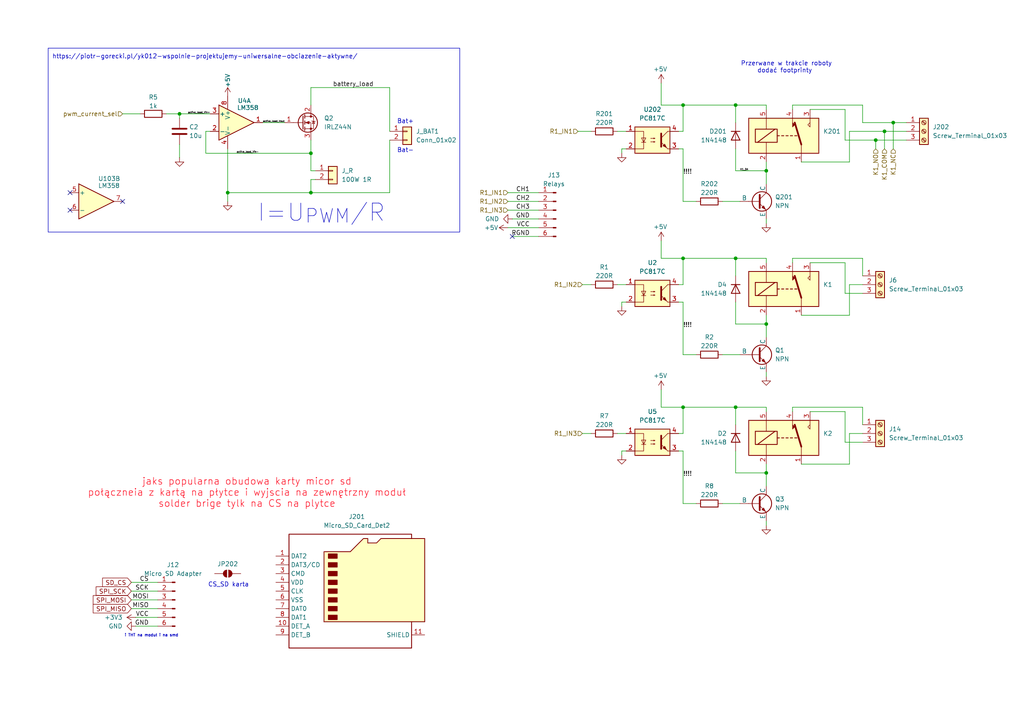
<source format=kicad_sch>
(kicad_sch (version 20250114) (generator "eeschema") (generator_version "9.0")
  (paper "A4")
  (lib_symbols
    (symbol "Amplifier_Operational:LM358" (pin_names (offset 0.127))
      (property "Reference" "U" (at 0 5.08 0))
      (property "Value" "LM358" (at 0 -5.08 0))
      (symbol "LM358_1_1"
        (polyline (pts (xy -5.08 5.08) (xy 5.08 0) (xy -5.08 -5.08) (xy -5.08 5.08)) (stroke (width 0.254)) (fill (type background)))
        (pin input line (at -7.62 2.54 0) (length 2.54) (name "+") (number "3"))
        (pin input line (at -7.62 -2.54 0) (length 2.54) (name "-") (number "2"))
        (pin output line (at 7.62 0 180) (length 2.54) (name "~") (number "1"))
      )
      (symbol "LM358_2_1"
        (polyline (pts (xy -5.08 5.08) (xy 5.08 0) (xy -5.08 -5.08) (xy -5.08 5.08)) (stroke (width 0.254)) (fill (type background)))
        (pin input line (at -7.62 2.54 0) (length 2.54) (name "+") (number "5"))
        (pin input line (at -7.62 -2.54 0) (length 2.54) (name "-") (number "6"))
        (pin output line (at 7.62 0 180) (length 2.54) (name "~") (number "7"))
      )
      (symbol "LM358_3_1"
        (pin power_in line (at -2.54 7.62 270) (length 3.81) (name "V+") (number "8"))
        (pin power_in line (at -2.54 -7.62 90) (length 3.81) (name "V-") (number "4"))
      )
    )
    (symbol "Connector:Conn_01x06_Pin" (pin_names (offset 1.016) (hide yes))
      (property "Reference" "J" (at 0 7.62 0))
      (property "Value" "Conn_01x06_Pin" (at 0 -10.16 0))
      (symbol "Conn_01x06_Pin_1_1"
        (rectangle (start 0.8636 5.207) (end 0 4.953) (stroke (width 0.1524)) (fill (type outline)))
        (rectangle (start 0.8636 2.667) (end 0 2.413) (stroke (width 0.1524)) (fill (type outline)))
        (rectangle (start 0.8636 0.127) (end 0 -0.127) (stroke (width 0.1524)) (fill (type outline)))
        (rectangle (start 0.8636 -2.413) (end 0 -2.667) (stroke (width 0.1524)) (fill (type outline)))
        (rectangle (start 0.8636 -4.953) (end 0 -5.207) (stroke (width 0.1524)) (fill (type outline)))
        (rectangle (start 0.8636 -7.493) (end 0 -7.747) (stroke (width 0.1524)) (fill (type outline)))
        (polyline (pts (xy 1.27 5.08) (xy 0.8636 5.08)) (stroke (width 0.1524)))
        (polyline (pts (xy 1.27 2.54) (xy 0.8636 2.54)) (stroke (width 0.1524)))
        (polyline (pts (xy 1.27 0) (xy 0.8636 0)) (stroke (width 0.1524)))
        (polyline (pts (xy 1.27 -2.54) (xy 0.8636 -2.54)) (stroke (width 0.1524)))
        (polyline (pts (xy 1.27 -5.08) (xy 0.8636 -5.08)) (stroke (width 0.1524)))
        (polyline (pts (xy 1.27 -7.62) (xy 0.8636 -7.62)) (stroke (width 0.1524)))
        (pin passive line (at 5.08 5.08 180) (length 3.81) (name "Pin_1") (number "1"))
        (pin passive line (at 5.08 2.54 180) (length 3.81) (name "Pin_2") (number "2"))
        (pin passive line (at 5.08 0 180) (length 3.81) (name "Pin_3") (number "3"))
        (pin passive line (at 5.08 -2.54 180) (length 3.81) (name "Pin_4") (number "4"))
        (pin passive line (at 5.08 -5.08 180) (length 3.81) (name "Pin_5") (number "5"))
        (pin passive line (at 5.08 -7.62 180) (length 3.81) (name "Pin_6") (number "6"))
      )
    )
    (symbol "Connector:Micro_SD_Card_Det2"
      (property "Reference" "J" (at -16.51 17.78 0))
      (property "Value" "Micro_SD_Card_Det2" (at 16.51 17.78 0))
      (symbol "Micro_SD_Card_Det2_0_1"
        (polyline (pts (xy -8.89 -8.89) (xy -8.89 11.43) (xy -1.27 11.43) (xy 2.54 15.24) (xy 3.81 15.24) (xy 3.81 13.97) (xy 6.35 13.97) (xy 7.62 15.24) (xy 20.32 15.24) (xy 20.32 -8.89) (xy -8.89 -8.89)) (stroke (width 0.254)) (fill (type background)))
        (rectangle (start -7.62 10.795) (end -5.08 9.525) (stroke (width 0.254)) (fill (type outline)))
        (rectangle (start -7.62 8.255) (end -5.08 6.985) (stroke (width 0.254)) (fill (type outline)))
        (rectangle (start -7.62 5.715) (end -5.08 4.445) (stroke (width 0.254)) (fill (type outline)))
        (rectangle (start -7.62 3.175) (end -5.08 1.905) (stroke (width 0.254)) (fill (type outline)))
        (rectangle (start -7.62 0.635) (end -5.08 -0.635) (stroke (width 0.254)) (fill (type outline)))
        (rectangle (start -7.62 -1.905) (end -5.08 -3.175) (stroke (width 0.254)) (fill (type outline)))
        (rectangle (start -7.62 -4.445) (end -5.08 -5.715) (stroke (width 0.254)) (fill (type outline)))
        (rectangle (start -7.62 -6.985) (end -5.08 -8.255) (stroke (width 0.254)) (fill (type outline)))
        (polyline (pts (xy 16.51 15.24) (xy 16.51 16.51) (xy -19.05 16.51) (xy -19.05 -16.51) (xy 16.51 -16.51) (xy 16.51 -8.89)) (stroke (width 0.254)))
      )
      (symbol "Micro_SD_Card_Det2_1_1"
        (pin bidirectional line (at -22.86 10.16 0) (length 3.81) (name "DAT2") (number "1"))
        (pin bidirectional line (at -22.86 7.62 0) (length 3.81) (name "DAT3/CD") (number "2"))
        (pin input line (at -22.86 5.08 0) (length 3.81) (name "CMD") (number "3"))
        (pin power_in line (at -22.86 2.54 0) (length 3.81) (name "VDD") (number "4"))
        (pin input line (at -22.86 0 0) (length 3.81) (name "CLK") (number "5"))
        (pin power_in line (at -22.86 -2.54 0) (length 3.81) (name "VSS") (number "6"))
        (pin bidirectional line (at -22.86 -5.08 0) (length 3.81) (name "DAT0") (number "7"))
        (pin bidirectional line (at -22.86 -7.62 0) (length 3.81) (name "DAT1") (number "8"))
        (pin passive line (at -22.86 -10.16 0) (length 3.81) (name "DET_A") (number "10"))
        (pin passive line (at -22.86 -12.7 0) (length 3.81) (name "DET_B") (number "9"))
        (pin passive line (at 20.32 -12.7 180) (length 3.81) (name "SHIELD") (number "11"))
      )
    )
    (symbol "Connector:Screw_Terminal_01x03" (pin_names (offset 1.016) (hide yes))
      (property "Reference" "J" (at 0 5.08 0))
      (property "Value" "Screw_Terminal_01x03" (at 0 -5.08 0))
      (symbol "Screw_Terminal_01x03_1_1"
        (rectangle (start -1.27 3.81) (end 1.27 -3.81) (stroke (width 0.254)) (fill (type background)))
        (polyline (pts (xy -0.5334 2.8702) (xy 0.3302 2.032)) (stroke (width 0.1524)))
        (polyline (pts (xy -0.5334 0.3302) (xy 0.3302 -0.508)) (stroke (width 0.1524)))
        (polyline (pts (xy -0.5334 -2.2098) (xy 0.3302 -3.048)) (stroke (width 0.1524)))
        (polyline (pts (xy -0.3556 3.048) (xy 0.508 2.2098)) (stroke (width 0.1524)))
        (polyline (pts (xy -0.3556 0.508) (xy 0.508 -0.3302)) (stroke (width 0.1524)))
        (polyline (pts (xy -0.3556 -2.032) (xy 0.508 -2.8702)) (stroke (width 0.1524)))
        (circle (center 0 2.54) (radius 0.635) (stroke (width 0.1524)))
        (circle (center 0 0) (radius 0.635) (stroke (width 0.1524)))
        (circle (center 0 -2.54) (radius 0.635) (stroke (width 0.1524)))
        (pin passive line (at -5.08 2.54 0) (length 3.81) (name "Pin_1") (number "1"))
        (pin passive line (at -5.08 0 0) (length 3.81) (name "Pin_2") (number "2"))
        (pin passive line (at -5.08 -2.54 0) (length 3.81) (name "Pin_3") (number "3"))
      )
    )
    (symbol "Connector_Generic:Conn_01x02" (pin_names (offset 1.016) (hide yes))
      (property "Reference" "J" (at 0 2.54 0))
      (property "Value" "Conn_01x02" (at 0 -5.08 0))
      (symbol "Conn_01x02_1_1"
        (rectangle (start -1.27 1.27) (end 1.27 -3.81) (stroke (width 0.254)) (fill (type background)))
        (rectangle (start -1.27 0.127) (end 0 -0.127) (stroke (width 0.1524)))
        (rectangle (start -1.27 -2.413) (end 0 -2.667) (stroke (width 0.1524)))
        (pin passive line (at -5.08 0 0) (length 3.81) (name "Pin_1") (number "1"))
        (pin passive line (at -5.08 -2.54 0) (length 3.81) (name "Pin_2") (number "2"))
      )
    )
    (symbol "Device:C" (pin_numbers (hide yes)) (pin_names (offset 0.254))
      (property "Reference" "C" (at 0.635 2.54 0))
      (property "Value" "C" (at 0.635 -2.54 0))
      (symbol "C_0_1"
        (polyline (pts (xy -2.032 0.762) (xy 2.032 0.762)) (stroke (width 0.508)))
        (polyline (pts (xy -2.032 -0.762) (xy 2.032 -0.762)) (stroke (width 0.508)))
      )
      (symbol "C_1_1"
        (pin passive line (at 0 3.81 270) (length 2.794) (name "~") (number "1"))
        (pin passive line (at 0 -3.81 90) (length 2.794) (name "~") (number "2"))
      )
    )
    (symbol "Device:D" (pin_numbers (hide yes)) (pin_names (offset 1.016) (hide yes))
      (property "Reference" "D" (at 0 2.54 0))
      (property "Value" "D" (at 0 -2.54 0))
      (symbol "D_0_1"
        (polyline (pts (xy -1.27 1.27) (xy -1.27 -1.27)) (stroke (width 0.254)))
        (polyline (pts (xy 1.27 1.27) (xy 1.27 -1.27) (xy -1.27 0) (xy 1.27 1.27)) (stroke (width 0.254)))
        (polyline (pts (xy 1.27 0) (xy -1.27 0)))
      )
      (symbol "D_1_1"
        (pin passive line (at -3.81 0 0) (length 2.54) (name "K") (number "1"))
        (pin passive line (at 3.81 0 180) (length 2.54) (name "A") (number "2"))
      )
    )
    (symbol "Device:R" (pin_numbers (hide yes)) (pin_names (offset 0))
      (property "Reference" "R" (at 2.032 0 90))
      (property "Value" "R" (at 0 0 90))
      (symbol "R_0_1"
        (rectangle (start -1.016 -2.54) (end 1.016 2.54) (stroke (width 0.254)))
      )
      (symbol "R_1_1"
        (pin passive line (at 0 3.81 270) (length 1.27) (name "~") (number "1"))
        (pin passive line (at 0 -3.81 90) (length 1.27) (name "~") (number "2"))
      )
    )
    (symbol "Isolator:VO615A" (pin_names (offset 0.762))
      (property "Reference" "U" (at 0 7.62 0))
      (property "Value" "VO615A" (at 0 5.08 0))
      (symbol "VO615A_0_1"
        (rectangle (start -5.08 3.81) (end 5.08 -3.81) (stroke (width 0.254)) (fill (type background)))
        (polyline (pts (xy -5.08 2.54) (xy -2.54 2.54) (xy -2.54 -2.54) (xy -5.08 -2.54)))
        (polyline (pts (xy -3.175 -0.635) (xy -1.905 -0.635)))
        (polyline (pts (xy -2.54 -0.635) (xy -3.175 0.635) (xy -1.905 0.635) (xy -2.54 -0.635)))
        (polyline (pts (xy -0.508 0.508) (xy 0.762 0.508) (xy 0.381 0.381) (xy 0.381 0.635) (xy 0.762 0.508)))
        (polyline (pts (xy -0.508 -0.508) (xy 0.762 -0.508) (xy 0.381 -0.635) (xy 0.381 -0.381) (xy 0.762 -0.508)))
        (polyline (pts (xy 2.54 1.905) (xy 2.54 -1.905)) (stroke (width 0.508)))
        (polyline (pts (xy 2.54 0.635) (xy 4.445 2.54)))
        (polyline (pts (xy 3.048 -1.651) (xy 3.556 -1.143) (xy 4.064 -2.159) (xy 3.048 -1.651)) (fill (type outline)))
        (polyline (pts (xy 4.445 2.54) (xy 5.08 2.54)))
        (polyline (pts (xy 4.445 -2.54) (xy 2.54 -0.635)) (fill (type outline)))
        (polyline (pts (xy 4.445 -2.54) (xy 5.08 -2.54)))
      )
      (symbol "VO615A_1_1"
        (pin passive line (at -7.62 2.54 0) (length 2.54) (name "~") (number "1"))
        (pin passive line (at -7.62 -2.54 0) (length 2.54) (name "~") (number "2"))
        (pin passive line (at 7.62 2.54 180) (length 2.54) (name "~") (number "4"))
        (pin passive line (at 7.62 -2.54 180) (length 2.54) (name "~") (number "3"))
      )
    )
    (symbol "Jumper:SolderJumper_2_Open" (pin_numbers (hide yes)) (pin_names (offset 0) (hide yes)) (in_bom no)
      (property "Reference" "JP" (at 0 2.032 0))
      (property "Value" "SolderJumper_2_Open" (at 0 -2.54 0))
      (symbol "SolderJumper_2_Open_0_1"
        (polyline (pts (xy -0.254 1.016) (xy -0.254 -1.016)))
        (arc (start -0.254 -1.016) (mid -1.2656 0) (end -0.254 1.016))
        (arc (start -0.254 -1.016) (mid -1.2656 0) (end -0.254 1.016) (fill (type outline)))
        (arc (start 0.254 1.016) (mid 1.2656 0) (end 0.254 -1.016))
        (arc (start 0.254 1.016) (mid 1.2656 0) (end 0.254 -1.016) (fill (type outline)))
        (polyline (pts (xy 0.254 1.016) (xy 0.254 -1.016)))
      )
      (symbol "SolderJumper_2_Open_1_1"
        (pin passive line (at -3.81 0 0) (length 2.54) (name "A") (number "1"))
        (pin passive line (at 3.81 0 180) (length 2.54) (name "B") (number "2"))
      )
    )
    (symbol "Relay:SANYOU_SRD_Form_C"
      (property "Reference" "K" (at 11.43 3.81 0))
      (property "Value" "SANYOU_SRD_Form_C" (at 11.43 1.27 0))
      (symbol "SANYOU_SRD_Form_C_0_0"
        (polyline (pts (xy 7.62 5.08) (xy 7.62 2.54) (xy 6.985 3.175) (xy 7.62 3.81)))
      )
      (symbol "SANYOU_SRD_Form_C_0_1"
        (rectangle (start -10.16 5.08) (end 10.16 -5.08) (stroke (width 0.254)) (fill (type background)))
        (rectangle (start -8.255 1.905) (end -1.905 -1.905) (stroke (width 0.254)))
        (polyline (pts (xy -7.62 -1.905) (xy -2.54 1.905)) (stroke (width 0.254)))
        (polyline (pts (xy -5.08 5.08) (xy -5.08 1.905)))
        (polyline (pts (xy -5.08 -5.08) (xy -5.08 -1.905)))
        (polyline (pts (xy -1.905 0) (xy -1.27 0)) (stroke (width 0.254)))
        (polyline (pts (xy -0.635 0) (xy 0 0)) (stroke (width 0.254)))
        (polyline (pts (xy 0.635 0) (xy 1.27 0)) (stroke (width 0.254)))
        (polyline (pts (xy 1.905 0) (xy 2.54 0)) (stroke (width 0.254)))
        (polyline (pts (xy 3.175 0) (xy 3.81 0)) (stroke (width 0.254)))
        (polyline (pts (xy 5.08 -2.54) (xy 3.175 3.81)) (stroke (width 0.508)))
        (polyline (pts (xy 5.08 -2.54) (xy 5.08 -5.08)))
      )
      (symbol "SANYOU_SRD_Form_C_1_1"
        (polyline (pts (xy 2.54 3.81) (xy 3.175 3.175) (xy 2.54 2.54) (xy 2.54 5.08)) (fill (type outline)))
        (pin passive line (at -5.08 7.62 270) (length 2.54) (name "~") (number "5"))
        (pin passive line (at -5.08 -7.62 90) (length 2.54) (name "~") (number "2"))
        (pin passive line (at 2.54 7.62 270) (length 2.54) (name "~") (number "4"))
        (pin passive line (at 5.08 -7.62 90) (length 2.54) (name "~") (number "1"))
        (pin passive line (at 7.62 7.62 270) (length 2.54) (name "~") (number "3"))
      )
    )
    (symbol "Simulation_SPICE:NPN" (pin_numbers (hide yes)) (pin_names (offset 0))
      (property "Reference" "Q" (at -2.54 7.62 0))
      (property "Value" "NPN" (at -2.54 5.08 0))
      (symbol "NPN_0_1"
        (polyline (pts (xy -2.54 0) (xy 0.635 0)) (stroke (width 0.1524)))
        (polyline (pts (xy 0.635 1.905) (xy 0.635 -1.905) (xy 0.635 -1.905)) (stroke (width 0.508)))
        (polyline (pts (xy 0.635 0.635) (xy 2.54 2.54)))
        (polyline (pts (xy 0.635 -0.635) (xy 2.54 -2.54) (xy 2.54 -2.54)))
        (circle (center 1.27 0) (radius 2.8194) (stroke (width 0.254)))
        (polyline (pts (xy 1.27 -1.778) (xy 1.778 -1.27) (xy 2.286 -2.286) (xy 1.27 -1.778) (xy 1.27 -1.778)) (fill (type outline)))
        (polyline (pts (xy 2.794 -1.27) (xy 2.794 -1.27)) (stroke (width 0.1524)))
        (polyline (pts (xy 2.794 -1.27) (xy 2.794 -1.27)) (stroke (width 0.1524)))
      )
      (symbol "NPN_1_1"
        (pin input line (at -5.08 0 0) (length 2.54) (name "B") (number "2"))
        (pin open_collector line (at 2.54 5.08 270) (length 2.54) (name "C") (number "1"))
        (pin open_emitter line (at 2.54 -5.08 90) (length 2.54) (name "E") (number "3"))
      )
    )
    (symbol "Transistor_FET:IRLZ44N" (pin_names (hide yes))
      (property "Reference" "Q" (at 5.08 1.905 0))
      (property "Value" "IRLZ44N" (at 5.08 0 0))
      (symbol "IRLZ44N_0_1"
        (polyline (pts (xy 0.254 1.905) (xy 0.254 -1.905)) (stroke (width 0.254)))
        (polyline (pts (xy 0.254 0) (xy -2.54 0)))
        (polyline (pts (xy 0.762 2.286) (xy 0.762 1.27)) (stroke (width 0.254)))
        (polyline (pts (xy 0.762 0.508) (xy 0.762 -0.508)) (stroke (width 0.254)))
        (polyline (pts (xy 0.762 -1.27) (xy 0.762 -2.286)) (stroke (width 0.254)))
        (polyline (pts (xy 0.762 -1.778) (xy 3.302 -1.778) (xy 3.302 1.778) (xy 0.762 1.778)))
        (polyline (pts (xy 1.016 0) (xy 2.032 0.381) (xy 2.032 -0.381) (xy 1.016 0)) (fill (type outline)))
        (circle (center 1.651 0) (radius 2.794) (stroke (width 0.254)))
        (polyline (pts (xy 2.54 2.54) (xy 2.54 1.778)))
        (circle (center 2.54 1.778) (radius 0.254) (fill (type outline)))
        (circle (center 2.54 -1.778) (radius 0.254) (fill (type outline)))
        (polyline (pts (xy 2.54 -2.54) (xy 2.54 0) (xy 0.762 0)))
        (polyline (pts (xy 2.794 0.508) (xy 2.921 0.381) (xy 3.683 0.381) (xy 3.81 0.254)))
        (polyline (pts (xy 3.302 0.381) (xy 2.921 -0.254) (xy 3.683 -0.254) (xy 3.302 0.381)))
      )
      (symbol "IRLZ44N_1_1"
        (pin input line (at -5.08 0 0) (length 2.54) (name "G") (number "1"))
        (pin passive line (at 2.54 5.08 270) (length 2.54) (name "D") (number "2"))
        (pin passive line (at 2.54 -5.08 90) (length 2.54) (name "S") (number "3"))
      )
    )
    (symbol "power:+3V3" (power) (pin_numbers (hide yes)) (pin_names (offset 0) (hide yes))
      (property "Value" "+3V3" (at 0 3.556 0))
      (symbol "+3V3_0_1"
        (polyline (pts (xy -0.762 1.27) (xy 0 2.54)))
        (polyline (pts (xy 0 2.54) (xy 0.762 1.27)))
        (polyline (pts (xy 0 0) (xy 0 2.54)))
      )
      (symbol "+3V3_1_1"
        (pin power_in line (at 0 0 90) (length 0) (name "~") (number "1"))
      )
    )
    (symbol "power:+5V" (power) (pin_numbers (hide yes)) (pin_names (offset 0) (hide yes))
      (property "Value" "+5V" (at 0 3.556 0))
      (symbol "+5V_0_1"
        (polyline (pts (xy -0.762 1.27) (xy 0 2.54)))
        (polyline (pts (xy 0 2.54) (xy 0.762 1.27)))
        (polyline (pts (xy 0 0) (xy 0 2.54)))
      )
      (symbol "+5V_1_1"
        (pin power_in line (at 0 0 90) (length 0) (name "~") (number "1"))
      )
    )
    (symbol "power:GND" (power) (pin_numbers (hide yes)) (pin_names (offset 0) (hide yes))
      (property "Value" "GND" (at 0 -3.81 0))
      (symbol "GND_0_1"
        (polyline (pts (xy 0 0) (xy 0 -1.27) (xy 1.27 -1.27) (xy 0 -2.54) (xy -1.27 -1.27) (xy 0 -1.27)))
      )
      (symbol "GND_1_1"
        (pin power_in line (at 0 0 270) (length 0) (name "~") (number "1"))
      )
    )
  )
  (rectangle (start 13.97 13.97) (end 133.35 67.31))
  (text "i THT na moduł i na smd\n" (at 43.942 184.404 0) (effects (font (size 0.8 0.8))))
  (text "Przerwane w trakcie roboty\ndodać footprinty " (at 228.092 19.558 0) (effects (font (size 1.27 1.27))))
  (text "Bat-" (at 117.602 43.688 0) (effects (font (size 1.27 1.27))))
  (text "CS_SD karta\n" (at 66.294 169.672 0) (effects (font (size 1.27 1.27))))
  (text "https://piotr-gorecki.pl/yk012-wspolnie-projektujemy-uniwersalne-obciazenie-aktywne/" (at 59.436 16.51 0) (effects (font (size 1.27 1.27))))
  (text "Bat+" (at 117.602 35.306 0) (effects (font (size 1.27 1.27))))
  (text "I=U_{PWM}/R\n" (at 93.218 64.77 0) (effects (font (size 5 5)) (justify bottom)))
  (text "jaks popularna obudowa karty micor sd\npołączneia z kartą na płytce i wyjscia na zewnętrzny moduł\nsolder brige tylk na CS na plytce" (at 71.628 143.002 0) (effects (font (size 2 2))))
  (junction (at 52.07 33.02))
  (junction (at 222.25 137.16))
  (junction (at 254 40.64))
  (junction (at 90.17 44.45))
  (junction (at 213.36 118.11))
  (junction (at 198.12 30.48))
  (junction (at 259.08 35.56))
  (junction (at 198.12 118.11))
  (junction (at 198.12 74.93))
  (junction (at 213.36 74.93))
  (junction (at 66.04 55.88))
  (junction (at 90.17 55.88))
  (junction (at 213.36 30.48))
  (junction (at 222.25 93.98))
  (junction (at 256.54 38.1))
  (junction (at 222.25 49.53))
  (no_connect (at 35.56 58.42))
  (no_connect (at 148.59 68.58))
  (no_connect (at 20.32 55.88))
  (no_connect (at 20.32 60.96))
  (wire (pts (xy 180.34 132.08) (xy 180.34 130.81)))
  (wire (pts (xy 250.19 118.11) (xy 229.87 118.11)))
  (wire (pts (xy 171.45 38.1) (xy 167.64 38.1)))
  (wire (pts (xy 191.77 74.93) (xy 198.12 74.93)))
  (wire (pts (xy 198.12 43.18) (xy 196.85 43.18)))
  (wire (pts (xy 213.36 74.93) (xy 198.12 74.93)))
  (wire (pts (xy 234.95 31.75) (xy 245.11 31.75)))
  (wire (pts (xy 213.36 93.98) (xy 222.25 93.98)))
  (wire (pts (xy 232.41 46.99) (xy 246.38 46.99)))
  (wire (pts (xy 113.03 40.64) (xy 113.03 55.88)))
  (wire (pts (xy 245.11 119.38) (xy 245.11 128.27)))
  (wire (pts (xy 209.55 102.87) (xy 214.63 102.87)))
  (wire (pts (xy 147.32 66.04) (xy 156.21 66.04)))
  (wire (pts (xy 246.38 134.62) (xy 246.38 125.73)))
  (wire (pts (xy 191.77 24.13) (xy 191.77 30.48)))
  (wire (pts (xy 35.56 33.02) (xy 40.64 33.02)))
  (wire (pts (xy 66.04 43.18) (xy 66.04 55.88)))
  (wire (pts (xy 222.25 46.99) (xy 222.25 49.53)))
  (wire (pts (xy 222.25 134.62) (xy 222.25 137.16)))
  (wire (pts (xy 179.07 38.1) (xy 181.61 38.1)))
  (wire (pts (xy 198.12 43.18) (xy 198.12 58.42)))
  (wire (pts (xy 213.36 30.48) (xy 198.12 30.48)))
  (wire (pts (xy 191.77 113.03) (xy 191.77 118.11)))
  (wire (pts (xy 180.34 43.18) (xy 181.61 43.18)))
  (wire (pts (xy 222.25 49.53) (xy 222.25 53.34)))
  (wire (pts (xy 113.03 55.88) (xy 90.17 55.88)))
  (wire (pts (xy 256.54 38.1) (xy 256.54 43.18)))
  (wire (pts (xy 222.25 93.98) (xy 222.25 97.79)))
  (wire (pts (xy 59.69 44.45) (xy 59.69 38.1)))
  (wire (pts (xy 245.11 40.64) (xy 254 40.64)))
  (wire (pts (xy 229.87 118.11) (xy 229.87 119.38)))
  (wire (pts (xy 90.17 52.07) (xy 90.17 55.88)))
  (wire (pts (xy 198.12 130.81) (xy 196.85 130.81)))
  (wire (pts (xy 234.95 119.38) (xy 245.11 119.38)))
  (wire (pts (xy 250.19 74.93) (xy 229.87 74.93)))
  (wire (pts (xy 59.69 38.1) (xy 60.96 38.1)))
  (wire (pts (xy 213.36 30.48) (xy 213.36 35.56)))
  (wire (pts (xy 232.41 91.44) (xy 246.38 91.44)))
  (wire (pts (xy 148.59 68.58) (xy 156.21 68.58)))
  (wire (pts (xy 213.36 130.81) (xy 213.36 137.16)))
  (wire (pts (xy 245.11 128.27) (xy 250.19 128.27)))
  (wire (pts (xy 213.36 49.53) (xy 222.25 49.53)))
  (wire (pts (xy 222.25 119.38) (xy 222.25 118.11)))
  (wire (pts (xy 232.41 134.62) (xy 246.38 134.62)))
  (wire (pts (xy 246.38 46.99) (xy 246.38 38.1)))
  (wire (pts (xy 250.19 123.19) (xy 250.19 118.11)))
  (wire (pts (xy 148.59 63.5) (xy 156.21 63.5)))
  (wire (pts (xy 198.12 102.87) (xy 201.93 102.87)))
  (wire (pts (xy 66.04 55.88) (xy 66.04 58.42)))
  (wire (pts (xy 250.19 30.48) (xy 229.87 30.48)))
  (wire (pts (xy 90.17 44.45) (xy 90.17 49.53)))
  (wire (pts (xy 209.55 146.05) (xy 214.63 146.05)))
  (wire (pts (xy 113.03 25.4) (xy 90.17 25.4)))
  (wire (pts (xy 198.12 87.63) (xy 196.85 87.63)))
  (wire (pts (xy 191.77 69.85) (xy 191.77 74.93)))
  (wire (pts (xy 246.38 38.1) (xy 256.54 38.1)))
  (wire (pts (xy 179.07 82.55) (xy 181.61 82.55)))
  (wire (pts (xy 198.12 38.1) (xy 196.85 38.1)))
  (wire (pts (xy 198.12 87.63) (xy 198.12 102.87)))
  (wire (pts (xy 38.1 168.91) (xy 45.72 168.91)))
  (wire (pts (xy 213.36 87.63) (xy 213.36 93.98)))
  (wire (pts (xy 39.37 179.07) (xy 45.72 179.07)))
  (wire (pts (xy 147.32 60.96) (xy 156.21 60.96)))
  (wire (pts (xy 59.69 44.45) (xy 90.17 44.45)))
  (wire (pts (xy 213.36 118.11) (xy 213.36 123.19)))
  (wire (pts (xy 213.36 118.11) (xy 198.12 118.11)))
  (wire (pts (xy 222.25 30.48) (xy 213.36 30.48)))
  (wire (pts (xy 168.91 82.55) (xy 171.45 82.55)))
  (wire (pts (xy 91.44 52.07) (xy 90.17 52.07)))
  (wire (pts (xy 180.34 87.63) (xy 181.61 87.63)))
  (wire (pts (xy 198.12 30.48) (xy 198.12 38.1)))
  (wire (pts (xy 147.32 58.42) (xy 156.21 58.42)))
  (wire (pts (xy 222.25 137.16) (xy 222.25 140.97)))
  (wire (pts (xy 179.07 125.73) (xy 181.61 125.73)))
  (wire (pts (xy 38.1 176.53) (xy 45.72 176.53)))
  (wire (pts (xy 222.25 109.22) (xy 222.25 107.95)))
  (wire (pts (xy 213.36 74.93) (xy 213.36 80.01)))
  (wire (pts (xy 66.04 55.88) (xy 90.17 55.88)))
  (wire (pts (xy 209.55 58.42) (xy 214.63 58.42)))
  (wire (pts (xy 38.1 173.99) (xy 45.72 173.99)))
  (wire (pts (xy 254 40.64) (xy 262.89 40.64)))
  (wire (pts (xy 222.25 152.4) (xy 222.25 151.13)))
  (wire (pts (xy 222.25 118.11) (xy 213.36 118.11)))
  (wire (pts (xy 191.77 118.11) (xy 198.12 118.11)))
  (wire (pts (xy 213.36 43.18) (xy 213.36 49.53)))
  (wire (pts (xy 52.07 41.91) (xy 52.07 45.72)))
  (wire (pts (xy 245.11 76.2) (xy 245.11 85.09)))
  (wire (pts (xy 39.37 181.61) (xy 45.72 181.61)))
  (wire (pts (xy 198.12 118.11) (xy 198.12 125.73)))
  (wire (pts (xy 222.25 64.77) (xy 222.25 63.5)))
  (wire (pts (xy 246.38 125.73) (xy 250.19 125.73)))
  (wire (pts (xy 198.12 130.81) (xy 198.12 146.05)))
  (wire (pts (xy 52.07 33.02) (xy 60.96 33.02)))
  (wire (pts (xy 245.11 31.75) (xy 245.11 40.64)))
  (wire (pts (xy 234.95 76.2) (xy 245.11 76.2)))
  (wire (pts (xy 198.12 146.05) (xy 201.93 146.05)))
  (wire (pts (xy 198.12 74.93) (xy 198.12 82.55)))
  (wire (pts (xy 254 40.64) (xy 254 43.18)))
  (wire (pts (xy 246.38 91.44) (xy 246.38 82.55)))
  (wire (pts (xy 113.03 38.1) (xy 113.03 25.4)))
  (wire (pts (xy 198.12 82.55) (xy 196.85 82.55)))
  (wire (pts (xy 222.25 91.44) (xy 222.25 93.98)))
  (wire (pts (xy 191.77 30.48) (xy 198.12 30.48)))
  (wire (pts (xy 90.17 40.64) (xy 90.17 44.45)))
  (wire (pts (xy 90.17 25.4) (xy 90.17 30.48)))
  (wire (pts (xy 180.34 88.9) (xy 180.34 87.63)))
  (wire (pts (xy 168.91 125.73) (xy 171.45 125.73)))
  (wire (pts (xy 229.87 74.93) (xy 229.87 76.2)))
  (wire (pts (xy 229.87 30.48) (xy 229.87 31.75)))
  (wire (pts (xy 246.38 82.55) (xy 250.19 82.55)))
  (wire (pts (xy 222.25 76.2) (xy 222.25 74.93)))
  (wire (pts (xy 198.12 125.73) (xy 196.85 125.73)))
  (wire (pts (xy 52.07 34.29) (xy 52.07 33.02)))
  (wire (pts (xy 259.08 35.56) (xy 259.08 43.18)))
  (wire (pts (xy 259.08 35.56) (xy 262.89 35.56)))
  (wire (pts (xy 147.32 55.88) (xy 156.21 55.88)))
  (wire (pts (xy 250.19 80.01) (xy 250.19 74.93)))
  (wire (pts (xy 82.55 35.56) (xy 76.2 35.56)))
  (wire (pts (xy 250.19 35.56) (xy 250.19 30.48)))
  (wire (pts (xy 180.34 130.81) (xy 181.61 130.81)))
  (wire (pts (xy 222.25 74.93) (xy 213.36 74.93)))
  (wire (pts (xy 198.12 58.42) (xy 201.93 58.42)))
  (wire (pts (xy 180.34 44.45) (xy 180.34 43.18)))
  (wire (pts (xy 245.11 85.09) (xy 250.19 85.09)))
  (wire (pts (xy 38.1 171.45) (xy 45.72 171.45)))
  (wire (pts (xy 48.26 33.02) (xy 52.07 33.02)))
  (wire (pts (xy 250.19 35.56) (xy 259.08 35.56)))
  (wire (pts (xy 213.36 137.16) (xy 222.25 137.16)))
  (wire (pts (xy 91.44 49.53) (xy 90.17 49.53)))
  (wire (pts (xy 222.25 31.75) (xy 222.25 30.48)))
  (wire (pts (xy 256.54 38.1) (xy 262.89 38.1)))
  (label "RGND" (at 153.67 68.58 180))
  (label "active_load_Vin-" (at 68.58 44.45 0) (effects (font (size 0.5 0.5))))
  (label "GND" (at 43.18 181.61 180))
  (label "K1_DA" (at 214.63 49.53 0) (effects (font (size 0.5 0.5))))
  (label "CH3" (at 153.67 60.96 180))
  (label "VCC" (at 153.67 66.04 180))
  (label "CH2" (at 153.67 58.42 180))
  (label "battery_load" (at 96.52 25.4 0))
  (label "!!!!" (at 198.12 138.43 0))
  (label "CS" (at 43.18 168.91 180))
  (label "!!!!" (at 198.12 95.25 0))
  (label "!!!!" (at 198.12 50.8 0))
  (label "active_load_Vin+" (at 60.96 33.02 180) (effects (font (size 0.5 0.5))))
  (label "GND" (at 153.67 63.5 180))
  (label "MOSI" (at 43.18 173.99 180))
  (label "VCC" (at 43.18 179.07 180))
  (label "MISO" (at 43.18 176.53 180))
  (label "CH1" (at 153.67 55.88 180))
  (label "active_load_Vout" (at 76.2 35.56 0) (effects (font (size 0.5 0.5))))
  (label "SCK" (at 43.18 171.45 180))
  (global_label "SPI_SCK" (shape input) (at 38.1 171.45 180) (property "Intersheetrefs" "${INTERSHEET_REFS}" (effects (hide yes))))
  (global_label "SPI_MISO" (shape input) (at 38.1 176.53 180) (property "Intersheetrefs" "${INTERSHEET_REFS}" (effects (hide yes))))
  (global_label "SD_CS" (shape input) (at 38.1 168.91 180) (property "Intersheetrefs" "${INTERSHEET_REFS}" (effects (hide yes))))
  (global_label "SPI_MOSI" (shape input) (at 38.1 173.99 180) (property "Intersheetrefs" "${INTERSHEET_REFS}" (effects (hide yes))))
  (hierarchical_label "R1_IN1" (shape input) (at 167.64 38.1 180))
  (hierarchical_label "R1_IN3" (shape input) (at 168.91 125.73 180))
  (hierarchical_label "K1_COM" (shape input) (at 256.54 43.18 270))
  (hierarchical_label "pwm_current_sel" (shape input) (at 35.56 33.02 180))
  (hierarchical_label "R1_IN2" (shape input) (at 168.91 82.55 180))
  (hierarchical_label "R1_IN2" (shape input) (at 147.32 58.42 180))
  (hierarchical_label "R1_IN1" (shape input) (at 147.32 55.88 180))
  (hierarchical_label "K1_NC" (shape input) (at 259.08 43.18 270))
  (hierarchical_label "K1_NO" (shape input) (at 254 43.18 270))
  (hierarchical_label "R1_IN3" (shape input) (at 147.32 60.96 180))
  (symbol (lib_id "Connector:Conn_01x06_Pin") (at 50.8 173.99 0) (mirror y) (unit 1)
    (property "Reference" "J12" (at 50.165 163.83 0))
    (property "Value" "Micro SD Adapter" (at 50.165 166.37 0))
    (property "Footprint" "Connector_PinHeader_2.54mm:PinHeader_1x06_P2.54mm_Vertical" (effects (hide yes)))
    (property "Description" "Generic connector, single row, 01x06, script generated" (effects (hide yes)))
    (property "JLCPCB Part" "C2337" (effects (hide yes)))
  )
  (symbol (lib_id "Device:R") (at 205.74 102.87 90) (unit 1)
    (property "Reference" "R2" (at 205.74 97.79 90))
    (property "Value" "220R" (at 205.74 100.33 90))
    (property "Footprint" "Resistor_SMD:R_0805_2012Metric" (effects (hide yes)))
    (property "Description" "Resistor" (effects (hide yes)))
    (property "MFR Part" "0805W8F2200T5E" (effects (hide yes)))
    (property "Manufacturer" "UNI-ROYAL(Uniroyal Elec) " (effects (hide yes)))
    (property "Link" "https://jlcpcb.com/partdetail/18245-0805W8F2200T5E/C17557" (effects (hide yes)))
  )
  (symbol (lib_id "Device:D") (at 213.36 127 270) (unit 1)
    (property "Reference" "D2" (at 210.82 125.7299 90) (effects (justify right)))
    (property "Value" "1N4148" (at 210.82 128.2699 90) (effects (justify right)))
    (property "Footprint" "Diode_SMD:D_SOD-323" (effects (hide yes)))
    (property "Description" "Diode" (effects (hide yes)))
    (property "JLCPCB Part" "C2128" (effects (hide yes)))
    (property "Sim.Device" "D" (effects (hide yes)))
    (property "Sim.Pins" "1=K 2=A" (effects (hide yes)))
  )
  (symbol (lib_id "power:GND") (at 52.07 45.72 0) (unit 1)
    (property "Reference" "#PWR014" (effects (hide yes)))
    (property "Value" "GND" (effects (hide yes)))
    (property "Description" "Power symbol creates a global label with name \"GND\" , ground" (effects (hide yes)))
  )
  (symbol (lib_id "Device:R") (at 175.26 82.55 90) (unit 1)
    (property "Reference" "R1" (at 175.26 77.47 90))
    (property "Value" "220R" (at 175.26 80.01 90))
    (property "Footprint" "Resistor_SMD:R_0805_2012Metric" (effects (hide yes)))
    (property "Description" "Resistor" (effects (hide yes)))
    (property "MFR Part" "0805W8F2200T5E" (effects (hide yes)))
    (property "Manufacturer" "UNI-ROYAL(Uniroyal Elec) " (effects (hide yes)))
    (property "Link" "https://jlcpcb.com/partdetail/18245-0805W8F2200T5E/C17557" (effects (hide yes)))
  )
  (symbol (lib_id "Connector:Screw_Terminal_01x03") (at 255.27 125.73 0) (unit 1) (in_bom no)
    (property "Reference" "J14" (at 257.81 124.4599 0) (effects (justify left)))
    (property "Value" "Screw_Terminal_01x03" (at 257.81 126.9999 0) (effects (justify left)))
    (property "Description" "Generic screw terminal, single row, 01x03, script generated (kicad-library-utils/schlib/autogen/connector/)" (effects (hide yes)))
  )
  (symbol (lib_id "Relay:SANYOU_SRD_Form_C") (at 227.33 39.37 0) (unit 1) (in_bom no)
    (property "Reference" "K201" (at 238.76 38.0999 0) (effects (justify left)))
    (property "Value" "SANYOU_SRD_Form_C" (effects (hide yes)))
    (property "Footprint" "Relay_THT:Relay_SPDT_SANYOU_SRD_Series_Form_C" (effects (hide yes)))
    (property "Datasheet" "http://www.sanyourelay.ca/public/products/pdf/SRD.pdf" (effects (hide yes)))
    (property "Description" "Sanyo SRD relay, Single Pole Miniature Power Relay," (effects (hide yes)))
  )
  (symbol (lib_id "Jumper:SolderJumper_2_Open") (at 66.04 166.37 0) (unit 1) (in_bom no)
    (property "Reference" "JP202" (at 66.04 163.576 0))
    (property "Value" "SolderJumper_2_Open" (effects (hide yes)))
    (property "Footprint" "Jumper:SolderJumper-2_P1.3mm_Open_TrianglePad1.0x1.5mm" (effects (hide yes)))
    (property "Description" "Solder Jumper, 2-pole, open" (effects (hide yes)))
  )
  (symbol (lib_id "Device:R") (at 44.45 33.02 90) (unit 1)
    (property "Reference" "R5" (at 44.45 28.194 90))
    (property "Value" "1k" (at 44.45 30.734 90))
    (property "Footprint" "Resistor_SMD:R_0805_2012Metric" (effects (hide yes)))
    (property "Description" "Resistor" (effects (hide yes)))
    (property "JLCPCB Part" "C17513" (effects (hide yes)))
    (property "Link" "https://jlcpcb.com/partdetail/18201-0805W8F1001T5E/C17513" (effects (hide yes)))
    (property "MFR Part" "0805W8F1001T5E" (effects (hide yes)))
    (property "Manufacturer" "UNI-ROYAL(Uniroyal Elec)" (effects (hide yes)))
  )
  (symbol (lib_id "Device:D") (at 213.36 39.37 270) (unit 1)
    (property "Reference" "D201" (at 210.82 38.0999 90) (effects (justify right)))
    (property "Value" "1N4148" (at 210.82 40.6399 90) (effects (justify right)))
    (property "Footprint" "Diode_SMD:D_SOD-323" (effects (hide yes)))
    (property "Description" "Diode" (effects (hide yes)))
    (property "JLCPCB Part" "C2128" (effects (hide yes)))
    (property "Sim.Device" "D" (effects (hide yes)))
    (property "Sim.Pins" "1=K 2=A" (effects (hide yes)))
  )
  (symbol (lib_id "Amplifier_Operational:LM358") (at 27.94 58.42 0) (unit 2)
    (property "Reference" "U103" (at 28.448 51.816 0) (effects (justify left)))
    (property "Value" "LM358" (at 28.448 53.848 0) (effects (justify left)))
    (property "Footprint" "footprints:LM358" (effects (hide yes)))
    (property "Datasheet" "http://www.ti.com/lit/ds/symlink/lm2904-n.pdf" (effects (hide yes)))
    (property "Description" "Low-Power, Dual Operational Amplifiers, DIP-8/SOIC-8/TO-99-8" (effects (hide yes)))
    (property "JLCPCB Part" "C2977710" (effects (hide yes)))
  )
  (symbol (lib_id "Connector:Conn_01x06_Pin") (at 161.29 60.96 0) (mirror y) (unit 1)
    (property "Reference" "J13" (at 160.655 50.8 0))
    (property "Value" "Relays" (at 160.655 53.34 0))
    (property "Footprint" "Connector_PinHeader_2.54mm:PinHeader_1x06_P2.54mm_Vertical" (effects (hide yes)))
    (property "Description" "Generic connector, single row, 01x06, script generated" (effects (hide yes)))
    (property "JLCPCB Part" "C2337" (effects (hide yes)))
  )
  (symbol (lib_id "power:GND") (at 180.34 44.45 0) (unit 1)
    (property "Reference" "#PWR0203" (effects (hide yes)))
    (property "Value" "GND" (effects (hide yes)))
    (property "Description" "Power symbol creates a global label with name \"GND\" , ground" (effects (hide yes)))
  )
  (symbol (lib_id "Connector_Generic:Conn_01x02") (at 118.11 38.1 0) (unit 1)
    (property "Reference" "J_BAT1" (at 120.65 38.0999 0) (effects (justify left)))
    (property "Value" "Conn_01x02" (at 120.65 40.6399 0) (effects (justify left)))
    (property "Footprint" "TerminalBlock:TerminalBlock_MaiXu_MX126-5.0-02P_1x02_P5.00mm" (effects (hide yes)))
    (property "Description" "Generic connector, single row, 01x02, script generated (kicad-library-utils/schlib/autogen/connector/)" (effects (hide yes)))
  )
  (symbol (lib_id "Relay:SANYOU_SRD_Form_C") (at 227.33 83.82 0) (unit 1) (in_bom no)
    (property "Reference" "K1" (at 238.76 82.5499 0) (effects (justify left)))
    (property "Value" "SANYOU_SRD_Form_C" (effects (hide yes)))
    (property "Footprint" "Relay_THT:Relay_SPDT_SANYOU_SRD_Series_Form_C" (effects (hide yes)))
    (property "Datasheet" "http://www.sanyourelay.ca/public/products/pdf/SRD.pdf" (effects (hide yes)))
    (property "Description" "Sanyo SRD relay, Single Pole Miniature Power Relay," (effects (hide yes)))
  )
  (symbol (lib_id "power:GND") (at 66.04 58.42 0) (unit 1)
    (property "Reference" "#PWR017" (effects (hide yes)))
    (property "Value" "GND" (effects (hide yes)))
    (property "Description" "Power symbol creates a global label with name \"GND\" , ground" (effects (hide yes)))
  )
  (symbol (lib_id "power:GND") (at 180.34 88.9 0) (unit 1)
    (property "Reference" "#PWR01" (effects (hide yes)))
    (property "Value" "GND" (effects (hide yes)))
    (property "Description" "Power symbol creates a global label with name \"GND\" , ground" (effects (hide yes)))
  )
  (symbol (lib_id "Transistor_FET:IRLZ44N") (at 87.63 35.56 0) (unit 1)
    (property "Reference" "Q2" (at 93.98 34.2899 0) (effects (justify left)))
    (property "Value" "IRLZ44N" (at 93.98 36.8299 0) (effects (justify left)))
    (property "Footprint" "Package_TO_SOT_THT:TO-220-3_Vertical" (effects (hide yes)))
    (property "Datasheet" "http://www.irf.com/product-info/datasheets/data/irlz44n.pdf" (effects (hide yes)))
    (property "Description" "47A Id, 55V Vds, 22mOhm Rds Single N-Channel HEXFET Power MOSFET, TO-220AB" (effects (hide yes)))
    (property "JLCPCB Part" " C38774" (effects (hide yes)))
    (property "Link" "https://jlcpcb.com/partdetail/InfineonTechnologies-IRLZ44NPBF/C38774" (effects (hide yes)))
    (property "MFR Part" " IRLZ44NPBF" (effects (hide yes)))
    (property "Manufacturer" " Infineon Technologies" (effects (hide yes)))
  )
  (symbol (lib_id "Amplifier_Operational:LM358") (at 68.58 35.56 0) (unit 1)
    (property "Reference" "U4" (at 70.866 29.21 0))
    (property "Value" "LM358" (at 71.882 31.242 0))
    (property "Footprint" "Package_SO:SOIC-8_3.9x4.9mm_P1.27mm" (effects (hide yes)))
    (property "Datasheet" "http://www.ti.com/lit/ds/symlink/lm2904-n.pdf" (effects (hide yes)))
    (property "Description" "Low-Power, Dual Operational Amplifiers, DIP-8/SOIC-8/TO-99-8" (effects (hide yes)))
    (property "JLCPCB Part" "C5423" (effects (hide yes)))
    (property "Link" "https://jlcpcb.com/partdetail/TexasInstruments-LM358DR/C5423" (effects (hide yes)))
    (property "MFR Part" "LM358DR" (effects (hide yes)))
    (property "Manufacturer" "Texas Instruments" (effects (hide yes)))
  )
  (symbol (lib_id "power:+5V") (at 191.77 113.03 0) (unit 1)
    (property "Reference" "#PWR029" (effects (hide yes)))
    (property "Value" "+5V" (at 191.516 108.966 0))
    (property "Description" "Power symbol creates a global label with name \"+5V\"" (effects (hide yes)))
  )
  (symbol (lib_id "power:+3V3") (at 39.37 179.07 90) (unit 1)
    (property "Reference" "#PWR031" (effects (hide yes)))
    (property "Value" "+3V3" (at 35.56 179.0699 90) (effects (justify left)))
    (property "Description" "Power symbol creates a global label with name \"+3V3\"" (effects (hide yes)))
  )
  (symbol (lib_id "Isolator:VO615A") (at 189.23 40.64 0) (unit 1) (in_bom no)
    (property "Reference" "U202" (at 189.23 31.75 0))
    (property "Value" "PC817C" (at 189.23 34.29 0))
    (property "Footprint" "Package_DIP:DIP-4_W7.62mm_LongPads" (effects (hide yes)))
    (property "Datasheet" "https://pl.aliexpress.com/item/1005009030409853.html?spm=a2g0o.order_list.order_list_main.10.4ae61c24tK3fpu&gatewayAdapt=glo2pol" (effects (hide yes)))
    (property "Description" "DC Optocoupler, Vce 70V, CTR 50-600% @ 5mA, Viso 5000Vrms, DIP4" (effects (hide yes)))
  )
  (symbol (lib_id "Device:D") (at 213.36 83.82 270) (unit 1)
    (property "Reference" "D4" (at 210.82 82.5499 90) (effects (justify right)))
    (property "Value" "1N4148" (at 210.82 85.0899 90) (effects (justify right)))
    (property "Footprint" "Diode_SMD:D_SOD-323" (effects (hide yes)))
    (property "Description" "Diode" (effects (hide yes)))
    (property "JLCPCB Part" "C2128" (effects (hide yes)))
    (property "Sim.Device" "D" (effects (hide yes)))
    (property "Sim.Pins" "1=K 2=A" (effects (hide yes)))
  )
  (symbol (lib_id "Simulation_SPICE:NPN") (at 219.71 58.42 0) (unit 1)
    (property "Reference" "Q201" (at 224.79 57.1499 0) (effects (justify left)))
    (property "Value" "NPN" (at 224.79 59.6899 0) (effects (justify left)))
    (property "Datasheet" "https://ngspice.sourceforge.io/docs/ngspice-html-manual/manual.xhtml#cha_BJTs" (effects (hide yes)))
    (property "Description" "Bipolar transistor symbol for simulation only, substrate tied to the emitter" (effects (hide yes)))
    (property "Sim.Device" "NPN" (effects (hide yes)))
    (property "Sim.Type" "GUMMELPOON" (effects (hide yes)))
    (property "Sim.Pins" "1=C 2=B 3=E" (effects (hide yes)))
  )
  (symbol (lib_id "power:+5V") (at 66.04 27.94 0) (unit 1)
    (property "Reference" "#PWR016" (effects (hide yes)))
    (property "Value" "+5V" (at 66.04 23.368 90))
    (property "Description" "Power symbol creates a global label with name \"+5V\"" (effects (hide yes)))
  )
  (symbol (lib_id "power:GND") (at 222.25 64.77 0) (unit 1)
    (property "Reference" "#PWR0206" (effects (hide yes)))
    (property "Value" "GND" (effects (hide yes)))
    (property "Description" "Power symbol creates a global label with name \"GND\" , ground" (effects (hide yes)))
  )
  (symbol (lib_id "Device:R") (at 205.74 58.42 90) (unit 1)
    (property "Reference" "R202" (at 205.74 53.34 90))
    (property "Value" "220R" (at 205.74 55.88 90))
    (property "Footprint" "Resistor_SMD:R_0805_2012Metric" (effects (hide yes)))
    (property "Description" "Resistor" (effects (hide yes)))
    (property "MFR Part" "0805W8F2200T5E" (effects (hide yes)))
    (property "Manufacturer" "UNI-ROYAL(Uniroyal Elec) " (effects (hide yes)))
    (property "Link" "https://jlcpcb.com/partdetail/18245-0805W8F2200T5E/C17557" (effects (hide yes)))
  )
  (symbol (lib_id "Simulation_SPICE:NPN") (at 219.71 102.87 0) (unit 1)
    (property "Reference" "Q1" (at 224.79 101.5999 0) (effects (justify left)))
    (property "Value" "NPN" (at 224.79 104.1399 0) (effects (justify left)))
    (property "Datasheet" "https://ngspice.sourceforge.io/docs/ngspice-html-manual/manual.xhtml#cha_BJTs" (effects (hide yes)))
    (property "Description" "Bipolar transistor symbol for simulation only, substrate tied to the emitter" (effects (hide yes)))
    (property "Sim.Device" "NPN" (effects (hide yes)))
    (property "Sim.Type" "GUMMELPOON" (effects (hide yes)))
    (property "Sim.Pins" "1=C 2=B 3=E" (effects (hide yes)))
  )
  (symbol (lib_id "power:+5V") (at 191.77 24.13 0) (unit 1)
    (property "Reference" "#PWR0205" (effects (hide yes)))
    (property "Value" "+5V" (at 191.516 20.066 0))
    (property "Description" "Power symbol creates a global label with name \"+5V\"" (effects (hide yes)))
  )
  (symbol (lib_id "Device:R") (at 175.26 38.1 90) (unit 1)
    (property "Reference" "R201" (at 175.26 33.02 90))
    (property "Value" "220R" (at 175.26 35.56 90))
    (property "Footprint" "Resistor_SMD:R_0805_2012Metric" (effects (hide yes)))
    (property "Description" "Resistor" (effects (hide yes)))
    (property "MFR Part" "0805W8F2200T5E" (effects (hide yes)))
    (property "Manufacturer" "UNI-ROYAL(Uniroyal Elec) " (effects (hide yes)))
    (property "Link" "https://jlcpcb.com/partdetail/18245-0805W8F2200T5E/C17557" (effects (hide yes)))
  )
  (symbol (lib_id "Connector:Screw_Terminal_01x03") (at 267.97 38.1 0) (unit 1) (in_bom no)
    (property "Reference" "J202" (at 270.51 36.8299 0) (effects (justify left)))
    (property "Value" "Screw_Terminal_01x03" (at 270.51 39.3699 0) (effects (justify left)))
    (property "Description" "Generic screw terminal, single row, 01x03, script generated (kicad-library-utils/schlib/autogen/connector/)" (effects (hide yes)))
  )
  (symbol (lib_id "Connector_Generic:Conn_01x02") (at 96.52 49.53 0) (unit 1)
    (property "Reference" "J_R" (at 99.06 49.5299 0) (effects (justify left)))
    (property "Value" "100W 1R" (at 99.06 52.0699 0) (effects (justify left)))
    (property "Footprint" "TerminalBlock:TerminalBlock_MaiXu_MX126-5.0-02P_1x02_P5.00mm" (effects (hide yes)))
    (property "Description" "Generic connector, single row, 01x02, script generated (kicad-library-utils/schlib/autogen/connector/)" (effects (hide yes)))
  )
  (symbol (lib_id "Isolator:VO615A") (at 189.23 85.09 0) (unit 1) (in_bom no)
    (property "Reference" "U2" (at 189.23 76.2 0))
    (property "Value" "PC817C" (at 189.23 78.74 0))
    (property "Footprint" "Package_DIP:DIP-4_W7.62mm_LongPads" (effects (hide yes)))
    (property "Datasheet" "https://pl.aliexpress.com/item/1005009030409853.html?spm=a2g0o.order_list.order_list_main.10.4ae61c24tK3fpu&gatewayAdapt=glo2pol" (effects (hide yes)))
    (property "Description" "DC Optocoupler, Vce 70V, CTR 50-600% @ 5mA, Viso 5000Vrms, DIP4" (effects (hide yes)))
  )
  (symbol (lib_id "Connector:Micro_SD_Card_Det2") (at 102.87 171.45 0) (unit 1)
    (property "Reference" "J201" (at 103.505 149.86 0))
    (property "Value" "Micro_SD_Card_Det2" (at 103.505 152.4 0))
    (property "Datasheet" "https://www.hirose.com/en/product/document?clcode=&productname=&series=DM3&documenttype=Catalog&lang=en&documentid=D49662_en" (effects (hide yes)))
    (property "Description" "Micro SD Card Socket with two card detection pins" (effects (hide yes)))
  )
  (symbol (lib_id "power:GND") (at 222.25 109.22 0) (unit 1)
    (property "Reference" "#PWR010" (effects (hide yes)))
    (property "Value" "GND" (effects (hide yes)))
    (property "Description" "Power symbol creates a global label with name \"GND\" , ground" (effects (hide yes)))
  )
  (symbol (lib_id "power:GND") (at 222.25 152.4 0) (unit 1)
    (property "Reference" "#PWR030" (effects (hide yes)))
    (property "Value" "GND" (effects (hide yes)))
    (property "Description" "Power symbol creates a global label with name \"GND\" , ground" (effects (hide yes)))
  )
  (symbol (lib_id "power:GND") (at 39.37 181.61 270) (unit 1)
    (property "Reference" "#PWR032" (effects (hide yes)))
    (property "Value" "GND" (at 35.56 181.6099 90) (effects (justify right)))
    (property "Description" "Power symbol creates a global label with name \"GND\" , ground" (effects (hide yes)))
  )
  (symbol (lib_id "power:GND") (at 148.59 63.5 270) (unit 1)
    (property "Reference" "#PWR033" (effects (hide yes)))
    (property "Value" "GND" (at 144.78 63.4999 90) (effects (justify right)))
    (property "Description" "Power symbol creates a global label with name \"GND\" , ground" (effects (hide yes)))
  )
  (symbol (lib_id "Simulation_SPICE:NPN") (at 219.71 146.05 0) (unit 1)
    (property "Reference" "Q3" (at 224.79 144.7799 0) (effects (justify left)))
    (property "Value" "NPN" (at 224.79 147.3199 0) (effects (justify left)))
    (property "Datasheet" "https://ngspice.sourceforge.io/docs/ngspice-html-manual/manual.xhtml#cha_BJTs" (effects (hide yes)))
    (property "Description" "Bipolar transistor symbol for simulation only, substrate tied to the emitter" (effects (hide yes)))
    (property "Sim.Device" "NPN" (effects (hide yes)))
    (property "Sim.Type" "GUMMELPOON" (effects (hide yes)))
    (property "Sim.Pins" "1=C 2=B 3=E" (effects (hide yes)))
  )
  (symbol (lib_id "power:+5V") (at 191.77 69.85 0) (unit 1)
    (property "Reference" "#PWR09" (effects (hide yes)))
    (property "Value" "+5V" (at 191.516 65.786 0))
    (property "Description" "Power symbol creates a global label with name \"+5V\"" (effects (hide yes)))
  )
  (symbol (lib_id "Device:R") (at 205.74 146.05 90) (unit 1)
    (property "Reference" "R8" (at 205.74 140.97 90))
    (property "Value" "220R" (at 205.74 143.51 90))
    (property "Footprint" "Resistor_SMD:R_0805_2012Metric" (effects (hide yes)))
    (property "Description" "Resistor" (effects (hide yes)))
    (property "MFR Part" "0805W8F2200T5E" (effects (hide yes)))
    (property "Manufacturer" "UNI-ROYAL(Uniroyal Elec) " (effects (hide yes)))
    (property "Link" "https://jlcpcb.com/partdetail/18245-0805W8F2200T5E/C17557" (effects (hide yes)))
  )
  (symbol (lib_id "Device:R") (at 175.26 125.73 90) (unit 1)
    (property "Reference" "R7" (at 175.26 120.65 90))
    (property "Value" "220R" (at 175.26 123.19 90))
    (property "Footprint" "Resistor_SMD:R_0805_2012Metric" (effects (hide yes)))
    (property "Description" "Resistor" (effects (hide yes)))
    (property "MFR Part" "0805W8F2200T5E" (effects (hide yes)))
    (property "Manufacturer" "UNI-ROYAL(Uniroyal Elec) " (effects (hide yes)))
    (property "Link" "https://jlcpcb.com/partdetail/18245-0805W8F2200T5E/C17557" (effects (hide yes)))
  )
  (symbol (lib_id "Connector:Screw_Terminal_01x03") (at 255.27 82.55 0) (unit 1) (in_bom no)
    (property "Reference" "J6" (at 257.81 81.2799 0) (effects (justify left)))
    (property "Value" "Screw_Terminal_01x03" (at 257.81 83.8199 0) (effects (justify left)))
    (property "Description" "Generic screw terminal, single row, 01x03, script generated (kicad-library-utils/schlib/autogen/connector/)" (effects (hide yes)))
  )
  (symbol (lib_id "Device:C") (at 52.07 38.1 0) (unit 1)
    (property "Reference" "C2" (at 54.864 36.83 0) (effects (justify left)))
    (property "Value" "10u" (at 54.864 39.37 0) (effects (justify left)))
    (property "Footprint" "Capacitor_SMD:C_1206_3216Metric" (effects (hide yes)))
    (property "Description" "Unpolarized capacitor" (effects (hide yes)))
    (property "JLCPCB Part" "C1849" (effects (hide yes)))
    (property "Link" "https://jlcpcb.com/partdetail/2201-CL31A106KOHNNNE/C1849" (effects (hide yes)))
    (property "MFR Part" "CL31A106KOHNNNE " (effects (hide yes)))
    (property "Manufacturer" "Samsung Electro-Mechanics " (effects (hide yes)))
  )
  (symbol (lib_id "power:GND") (at 180.34 132.08 0) (unit 1)
    (property "Reference" "#PWR028" (effects (hide yes)))
    (property "Value" "GND" (effects (hide yes)))
    (property "Description" "Power symbol creates a global label with name \"GND\" , ground" (effects (hide yes)))
  )
  (symbol (lib_id "power:+5V") (at 147.32 66.04 90) (unit 1)
    (property "Reference" "#PWR0204" (effects (hide yes)))
    (property "Value" "+5V" (at 142.494 66.04 90))
    (property "Description" "Power symbol creates a global label with name \"+5V\"" (effects (hide yes)))
  )
  (symbol (lib_id "Amplifier_Operational:LM358") (at 68.58 35.56 0) (unit 3)
    (property "Reference" "U4" (effects (hide yes)))
    (property "Value" "LM358" (effects (hide yes)))
    (property "Footprint" "Package_SO:SOIC-8_3.9x4.9mm_P1.27mm" (effects (hide yes)))
    (property "Datasheet" "http://www.ti.com/lit/ds/symlink/lm2904-n.pdf" (effects (hide yes)))
    (property "Description" "Low-Power, Dual Operational Amplifiers, DIP-8/SOIC-8/TO-99-8" (effects (hide yes)))
    (property "JLCPCB Part" "C5423" (effects (hide yes)))
    (property "Link" "https://jlcpcb.com/partdetail/TexasInstruments-LM358DR/C5423" (effects (hide yes)))
    (property "MFR Part" "LM358DR" (effects (hide yes)))
    (property "Manufacturer" "Texas Instruments" (effects (hide yes)))
  )
  (symbol (lib_id "Relay:SANYOU_SRD_Form_C") (at 227.33 127 0) (unit 1) (in_bom no)
    (property "Reference" "K2" (at 238.76 125.7299 0) (effects (justify left)))
    (property "Value" "SANYOU_SRD_Form_C" (effects (hide yes)))
    (property "Footprint" "Relay_THT:Relay_SPDT_SANYOU_SRD_Series_Form_C" (effects (hide yes)))
    (property "Datasheet" "http://www.sanyourelay.ca/public/products/pdf/SRD.pdf" (effects (hide yes)))
    (property "Description" "Sanyo SRD relay, Single Pole Miniature Power Relay," (effects (hide yes)))
  )
  (symbol (lib_id "Isolator:VO615A") (at 189.23 128.27 0) (unit 1) (in_bom no)
    (property "Reference" "U5" (at 189.23 119.38 0))
    (property "Value" "PC817C" (at 189.23 121.92 0))
    (property "Footprint" "Package_DIP:DIP-4_W7.62mm_LongPads" (effects (hide yes)))
    (property "Datasheet" "https://pl.aliexpress.com/item/1005009030409853.html?spm=a2g0o.order_list.order_list_main.10.4ae61c24tK3fpu&gatewayAdapt=glo2pol" (effects (hide yes)))
    (property "Description" "DC Optocoupler, Vce 70V, CTR 50-600% @ 5mA, Viso 5000Vrms, DIP4" (effects (hide yes)))
  )
)
</source>
